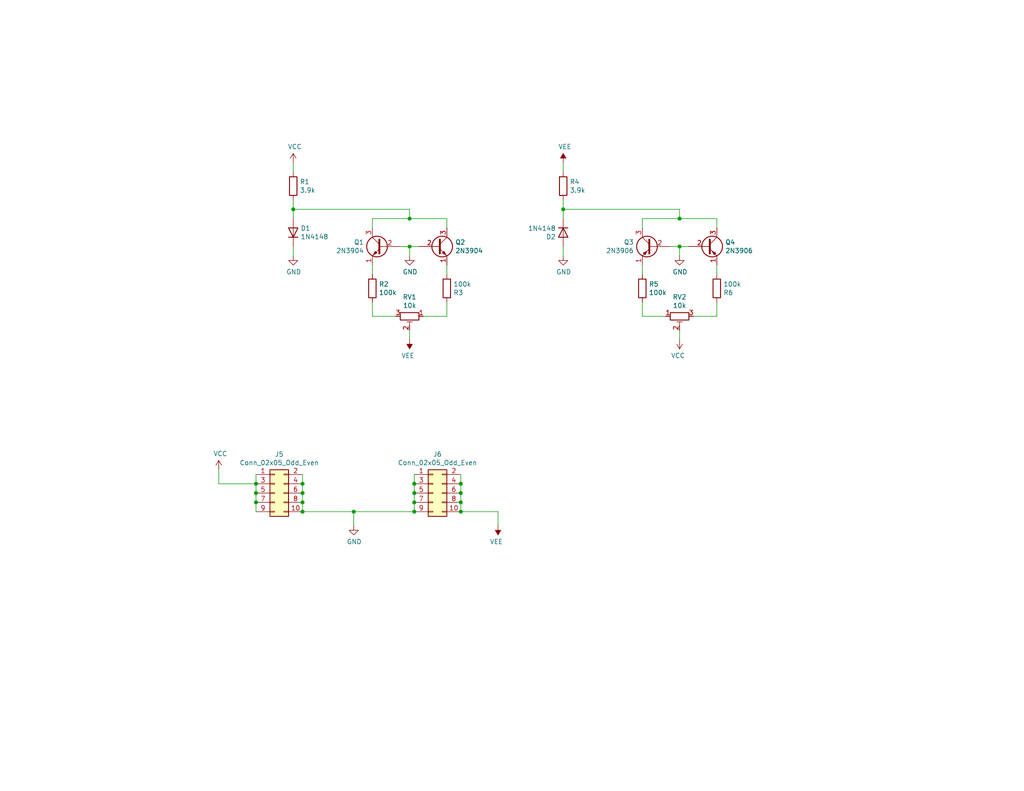
<source format=kicad_sch>
(kicad_sch (version 20211123) (generator eeschema)
  (paper "USLetter")
  (title_block (title "Vbe Matcher") (date "2022-03-31") (rev "1") (company "New Systems Instruments"))
  (lib_symbols
    (symbol "Connector_Generic:Conn_02x05_Odd_Even" (pin_names (offset 1.016) hide)
      (property "Reference" "J" (at 1.27 7.62 0))
      (property "Value" "Conn_02x05_Odd_Even" (at 1.27 -7.62 0))
      (symbol "Conn_02x05_Odd_Even_1_1"
        (rectangle (start -1.27 -4.953) (end 0 -5.207) (stroke (width 0.1524)))
        (rectangle (start -1.27 -2.413) (end 0 -2.667) (stroke (width 0.1524)))
        (rectangle (start -1.27 0.127) (end 0 -0.127) (stroke (width 0.1524)))
        (rectangle (start -1.27 2.667) (end 0 2.413) (stroke (width 0.1524)))
        (rectangle (start -1.27 5.207) (end 0 4.953) (stroke (width 0.1524)))
        (rectangle (start -1.27 6.35) (end 3.81 -6.35) (stroke (width 0.254)) (fill (type background)))
        (rectangle (start 3.81 -4.953) (end 2.54 -5.207) (stroke (width 0.1524)))
        (rectangle (start 3.81 -2.413) (end 2.54 -2.667) (stroke (width 0.1524)))
        (rectangle (start 3.81 0.127) (end 2.54 -0.127) (stroke (width 0.1524)))
        (rectangle (start 3.81 2.667) (end 2.54 2.413) (stroke (width 0.1524)))
        (rectangle (start 3.81 5.207) (end 2.54 4.953) (stroke (width 0.1524)))
        (pin passive line (at -5.08 5.08 0) (length 3.81) (name "Pin_1") (number "1"))
        (pin passive line (at 7.62 -5.08 180) (length 3.81) (name "Pin_10") (number "10"))
        (pin passive line (at 7.62 5.08 180) (length 3.81) (name "Pin_2") (number "2"))
        (pin passive line (at -5.08 2.54 0) (length 3.81) (name "Pin_3") (number "3"))
        (pin passive line (at 7.62 2.54 180) (length 3.81) (name "Pin_4") (number "4"))
        (pin passive line (at -5.08 0 0) (length 3.81) (name "Pin_5") (number "5"))
        (pin passive line (at 7.62 0 180) (length 3.81) (name "Pin_6") (number "6"))
        (pin passive line (at -5.08 -2.54 0) (length 3.81) (name "Pin_7") (number "7"))
        (pin passive line (at 7.62 -2.54 180) (length 3.81) (name "Pin_8") (number "8"))
        (pin passive line (at -5.08 -5.08 0) (length 3.81) (name "Pin_9") (number "9"))
      )
    )
    (symbol "Device:R" (pin_numbers hide) (pin_names (offset 0))
      (property "Reference" "R" (at 2.032 0 90))
      (property "Value" "R" (at 0 0 90))
      (symbol "R_0_1"
        (rectangle (start -1.016 -2.54) (end 1.016 2.54) (stroke (width 0.254)))
      )
      (symbol "R_1_1"
        (pin passive line (at 0 3.81 270) (length 1.27) (name "~") (number "1"))
        (pin passive line (at 0 -3.81 90) (length 1.27) (name "~") (number "2"))
      )
    )
    (symbol "Device:R_POT_TRIM" (pin_names (offset 1.016) hide)
      (property "Reference" "RV" (at -4.445 0 90))
      (property "Value" "Device_R_POT_TRIM" (at -2.54 0 90))
      (symbol "R_POT_TRIM_0_1"
        (polyline (pts (xy 1.524 0.762) (xy 1.524 -0.762)))
        (polyline (pts (xy 2.54 0) (xy 1.524 0)))
        (rectangle (start 1.016 2.54) (end -1.016 -2.54) (stroke (width 0.254)))
      )
      (symbol "R_POT_TRIM_1_1"
        (pin passive line (at 0 3.81 270) (length 1.27) (name "1") (number "1"))
        (pin passive line (at 3.81 0 180) (length 1.27) (name "2") (number "2"))
        (pin passive line (at 0 -3.81 90) (length 1.27) (name "3") (number "3"))
      )
    )
    (symbol "Diode:1N4148" (pin_numbers hide) (pin_names (offset 1.016) hide)
      (property "Reference" "D" (at 0 2.54 0))
      (property "Value" "1N4148" (at 0 -2.54 0))
      (symbol "1N4148_0_1"
        (polyline (pts (xy -1.27 1.27) (xy -1.27 -1.27)) (stroke (width 0.254)))
        (polyline (pts (xy 1.27 0) (xy -1.27 0)))
        (polyline (pts (xy 1.27 1.27) (xy 1.27 -1.27) (xy -1.27 0) (xy 1.27 1.27)) (stroke (width 0.254)))
      )
      (symbol "1N4148_1_1"
        (pin passive line (at -3.81 0 0) (length 2.54) (name "K") (number "1"))
        (pin passive line (at 3.81 0 180) (length 2.54) (name "A") (number "2"))
      )
    )
    (symbol "Transistor_BJT:2N3904" (pin_names (offset 0) hide)
      (property "Reference" "Q" (at 5.08 1.905 0))
      (property "Value" "2N3904" (at 5.08 0 0))
      (symbol "2N3904_0_1"
        (polyline (pts (xy 0.635 0.635) (xy 2.54 2.54)))
        (polyline (pts (xy 0.635 -0.635) (xy 2.54 -2.54) (xy 2.54 -2.54)))
        (polyline (pts (xy 0.635 1.905) (xy 0.635 -1.905) (xy 0.635 -1.905)) (stroke (width 0.508)))
        (polyline (pts (xy 1.27 -1.778) (xy 1.778 -1.27) (xy 2.286 -2.286) (xy 1.27 -1.778) (xy 1.27 -1.778)) (fill (type outline)))
        (circle (center 1.27 0) (radius 2.8194) (stroke (width 0.254)))
      )
      (symbol "2N3904_1_1"
        (pin passive line (at 2.54 -5.08 90) (length 2.54) (name "E") (number "1"))
        (pin passive line (at -5.08 0 0) (length 5.715) (name "B") (number "2"))
        (pin passive line (at 2.54 5.08 270) (length 2.54) (name "C") (number "3"))
      )
    )
    (symbol "Transistor_BJT:2N3906" (pin_names (offset 0) hide)
      (property "Reference" "Q" (at 5.08 1.905 0))
      (property "Value" "2N3906" (at 5.08 0 0))
      (symbol "2N3906_0_1"
        (polyline (pts (xy 0.635 0.635) (xy 2.54 2.54)))
        (polyline (pts (xy 0.635 -0.635) (xy 2.54 -2.54) (xy 2.54 -2.54)))
        (polyline (pts (xy 0.635 1.905) (xy 0.635 -1.905) (xy 0.635 -1.905)) (stroke (width 0.508)))
        (polyline (pts (xy 2.286 -1.778) (xy 1.778 -2.286) (xy 1.27 -1.27) (xy 2.286 -1.778) (xy 2.286 -1.778)) (fill (type outline)))
        (circle (center 1.27 0) (radius 2.8194) (stroke (width 0.254)))
      )
      (symbol "2N3906_1_1"
        (pin passive line (at 2.54 -5.08 90) (length 2.54) (name "E") (number "1"))
        (pin input line (at -5.08 0 0) (length 5.715) (name "B") (number "2"))
        (pin passive line (at 2.54 5.08 270) (length 2.54) (name "C") (number "3"))
      )
    )
    (symbol "power:GND" (power) (pin_names (offset 0))
      (property "Value" "GND" (at 0 -3.81 0))
      (symbol "GND_0_1"
        (polyline (pts (xy 0 0) (xy 0 -1.27) (xy 1.27 -1.27) (xy 0 -2.54) (xy -1.27 -1.27) (xy 0 -1.27)))
      )
      (symbol "GND_1_1"
        (pin power_in line (at 0 0 270) (length 0) hide (name "GND") (number "1"))
      )
    )
    (symbol "power:VCC" (power) (pin_names (offset 0))
      (property "Value" "VCC" (at 0 3.81 0))
      (symbol "VCC_0_1"
        (polyline (pts (xy -0.762 1.27) (xy 0 2.54)))
        (polyline (pts (xy 0 0) (xy 0 2.54)))
        (polyline (pts (xy 0 2.54) (xy 0.762 1.27)))
      )
      (symbol "VCC_1_1"
        (pin power_in line (at 0 0 90) (length 0) hide (name "VCC") (number "1"))
      )
    )
    (symbol "power:VEE" (power) (pin_names (offset 0))
      (property "Value" "VEE" (at 0 3.81 0))
      (symbol "VEE_0_1"
        (polyline (pts (xy 0 0) (xy 0 2.54)))
        (polyline (pts (xy 0.762 1.27) (xy -0.762 1.27) (xy 0 2.54) (xy 0.762 1.27)) (fill (type outline)))
      )
      (symbol "VEE_1_1"
        (pin power_in line (at 0 0 90) (length 0) hide (name "VEE") (number "1"))
      )
    )
  )
  (junction (at 185.42 67.31))
  (junction (at 125.73 134.62))
  (junction (at 113.03 139.7))
  (junction (at 111.76 59.69))
  (junction (at 69.85 137.16))
  (junction (at 82.55 132.08))
  (junction (at 82.55 137.16))
  (junction (at 80.01 57.15))
  (junction (at 125.73 139.7))
  (junction (at 82.55 139.7))
  (junction (at 125.73 137.16))
  (junction (at 69.85 132.08))
  (junction (at 125.73 132.08))
  (junction (at 113.03 134.62))
  (junction (at 153.67 57.15))
  (junction (at 69.85 134.62))
  (junction (at 113.03 137.16))
  (junction (at 82.55 134.62))
  (junction (at 113.03 132.08))
  (junction (at 185.42 59.69))
  (junction (at 96.52 139.7))
  (junction (at 111.76 67.31))
  (wire (pts (xy 115.57 86.36) (xy 121.92 86.36)))
  (wire (pts (xy 80.01 67.31) (xy 80.01 69.85)))
  (wire (pts (xy 175.26 86.36) (xy 175.26 82.55)))
  (wire (pts (xy 113.03 134.62) (xy 113.03 132.08)))
  (wire (pts (xy 101.6 59.69) (xy 101.6 62.23)))
  (wire (pts (xy 114.3 67.31) (xy 111.76 67.31)))
  (wire (pts (xy 69.85 137.16) (xy 69.85 139.7)))
  (wire (pts (xy 125.73 129.54) (xy 125.73 132.08)))
  (wire (pts (xy 135.89 139.7) (xy 135.89 143.51)))
  (wire (pts (xy 69.85 137.16) (xy 69.85 134.62)))
  (wire (pts (xy 111.76 57.15) (xy 111.76 59.69)))
  (wire (pts (xy 195.58 59.69) (xy 185.42 59.69)))
  (wire (pts (xy 195.58 72.39) (xy 195.58 74.93)))
  (wire (pts (xy 153.67 54.61) (xy 153.67 57.15)))
  (wire (pts (xy 111.76 92.71) (xy 111.76 90.17)))
  (wire (pts (xy 153.67 44.45) (xy 153.67 46.99)))
  (wire (pts (xy 125.73 132.08) (xy 125.73 134.62)))
  (wire (pts (xy 59.69 132.08) (xy 59.69 128.27)))
  (wire (pts (xy 113.03 132.08) (xy 113.03 129.54)))
  (wire (pts (xy 175.26 59.69) (xy 175.26 62.23)))
  (wire (pts (xy 111.76 59.69) (xy 101.6 59.69)))
  (wire (pts (xy 153.67 57.15) (xy 153.67 59.69)))
  (wire (pts (xy 101.6 72.39) (xy 101.6 74.93)))
  (wire (pts (xy 125.73 137.16) (xy 125.73 134.62)))
  (wire (pts (xy 111.76 67.31) (xy 111.76 69.85)))
  (wire (pts (xy 181.61 86.36) (xy 175.26 86.36)))
  (wire (pts (xy 69.85 132.08) (xy 59.69 132.08)))
  (wire (pts (xy 82.55 129.54) (xy 82.55 132.08)))
  (wire (pts (xy 82.55 132.08) (xy 82.55 134.62)))
  (wire (pts (xy 121.92 72.39) (xy 121.92 74.93)))
  (wire (pts (xy 195.58 62.23) (xy 195.58 59.69)))
  (wire (pts (xy 125.73 139.7) (xy 135.89 139.7)))
  (wire (pts (xy 82.55 134.62) (xy 82.55 137.16)))
  (wire (pts (xy 121.92 59.69) (xy 111.76 59.69)))
  (wire (pts (xy 185.42 92.71) (xy 185.42 90.17)))
  (wire (pts (xy 195.58 86.36) (xy 195.58 82.55)))
  (wire (pts (xy 80.01 57.15) (xy 111.76 57.15)))
  (wire (pts (xy 80.01 44.45) (xy 80.01 46.99)))
  (wire (pts (xy 121.92 62.23) (xy 121.92 59.69)))
  (wire (pts (xy 69.85 132.08) (xy 69.85 129.54)))
  (wire (pts (xy 187.96 67.31) (xy 185.42 67.31)))
  (wire (pts (xy 153.67 67.31) (xy 153.67 69.85)))
  (wire (pts (xy 80.01 54.61) (xy 80.01 57.15)))
  (wire (pts (xy 125.73 137.16) (xy 125.73 139.7)))
  (wire (pts (xy 107.95 86.36) (xy 101.6 86.36)))
  (wire (pts (xy 96.52 139.7) (xy 82.55 139.7)))
  (wire (pts (xy 185.42 67.31) (xy 185.42 69.85)))
  (wire (pts (xy 101.6 86.36) (xy 101.6 82.55)))
  (wire (pts (xy 80.01 57.15) (xy 80.01 59.69)))
  (wire (pts (xy 185.42 67.31) (xy 182.88 67.31)))
  (wire (pts (xy 185.42 57.15) (xy 185.42 59.69)))
  (wire (pts (xy 69.85 134.62) (xy 69.85 132.08)))
  (wire (pts (xy 185.42 59.69) (xy 175.26 59.69)))
  (wire (pts (xy 113.03 137.16) (xy 113.03 134.62)))
  (wire (pts (xy 96.52 139.7) (xy 96.52 143.51)))
  (wire (pts (xy 82.55 137.16) (xy 82.55 139.7)))
  (wire (pts (xy 153.67 57.15) (xy 185.42 57.15)))
  (wire (pts (xy 189.23 86.36) (xy 195.58 86.36)))
  (wire (pts (xy 113.03 139.7) (xy 96.52 139.7)))
  (wire (pts (xy 121.92 86.36) (xy 121.92 82.55)))
  (wire (pts (xy 175.26 72.39) (xy 175.26 74.93)))
  (wire (pts (xy 113.03 137.16) (xy 113.03 139.7)))
  (wire (pts (xy 111.76 67.31) (xy 109.22 67.31)))
  (symbol (lib_id "Transistor_BJT:2N3904") (at 104.14 67.31 0) (mirror y) (unit 1)
    (property "Reference" "Q1" (at 99.314 66.1416 0) (effects (justify left)))
    (property "Value" "2N3904" (at 99.314 68.453 0) (effects (justify left)))
    (property "Footprint" "Package_TO_SOT_THT:TO-92_Inline_Wide" (effects hide))
    (property "Datasheet" "https://www.fairchildsemi.com/datasheets/2N/2N3904.pdf" (effects hide))
  )
  (symbol (lib_id "Transistor_BJT:2N3904") (at 119.38 67.31 0) (unit 1)
    (property "Reference" "Q2" (at 124.206 66.1416 0) (effects (justify left)))
    (property "Value" "2N3904" (at 124.206 68.453 0) (effects (justify left)))
    (property "Footprint" "Package_TO_SOT_THT:TO-92_Inline_Wide" (effects hide))
    (property "Datasheet" "https://www.fairchildsemi.com/datasheets/2N/2N3904.pdf" (effects hide))
  )
  (symbol (lib_id "power:GND") (at 111.76 69.85 0) (unit 1)
    (property "Reference" "#PWR03" (effects hide))
    (property "Value" "GND" (at 111.887 74.2442 0))
  )
  (symbol (lib_id "Diode:1N4148") (at 80.01 63.5 90) (unit 1)
    (property "Reference" "D1" (at 82.0166 62.3316 90) (effects (justify right)))
    (property "Value" "1N4148" (at 82.0166 64.643 90) (effects (justify right)))
    (property "Footprint" "Diode_THT:D_DO-35_SOD27_P7.62mm_Horizontal" (effects hide))
    (property "Datasheet" "https://assets.nexperia.com/documents/data-sheet/1N4148_1N4448.pdf" (effects hide))
  )
  (symbol (lib_id "power:GND") (at 80.01 69.85 0) (unit 1)
    (property "Reference" "#PWR02" (effects hide))
    (property "Value" "GND" (at 80.137 74.2442 0))
  )
  (symbol (lib_id "Device:R") (at 80.01 50.8 0) (unit 1)
    (property "Reference" "R1" (at 81.788 49.6316 0) (effects (justify left)))
    (property "Value" "3.9k" (at 81.788 51.943 0) (effects (justify left)))
    (property "Footprint" "Resistor_THT:R_Axial_DIN0207_L6.3mm_D2.5mm_P7.62mm_Horizontal" (effects hide))
  )
  (symbol (lib_id "power:VCC") (at 80.01 44.45 0) (unit 1)
    (property "Reference" "#PWR01" (effects hide))
    (property "Value" "VCC" (at 80.4418 40.0558 0))
  )
  (symbol (lib_id "Device:R") (at 101.6 78.74 0) (unit 1)
    (property "Reference" "R2" (at 103.378 77.5716 0) (effects (justify left)))
    (property "Value" "100k" (at 103.378 79.883 0) (effects (justify left)))
    (property "Footprint" "Resistor_THT:R_Axial_DIN0207_L6.3mm_D2.5mm_P2.54mm_Vertical" (effects hide))
  )
  (symbol (lib_id "Device:R") (at 121.92 78.74 0) (mirror x) (unit 1)
    (property "Reference" "R3" (at 123.698 79.9084 0) (effects (justify left)))
    (property "Value" "100k" (at 123.698 77.597 0) (effects (justify left)))
    (property "Footprint" "Resistor_THT:R_Axial_DIN0207_L6.3mm_D2.5mm_P2.54mm_Vertical" (effects hide))
  )
  (symbol (lib_id "Device:R_POT_TRIM") (at 111.76 86.36 270) (unit 1)
    (property "Reference" "RV1" (at 111.76 81.1022 90))
    (property "Value" "10k" (at 111.76 83.4136 90))
    (property "Footprint" "NSI Footprints:Pot_TT_36F" (effects hide))
  )
  (symbol (lib_id "power:VEE") (at 111.76 92.71 180) (unit 1)
    (property "Reference" "#PWR04" (effects hide))
    (property "Value" "VEE" (at 111.3028 97.1042 0))
  )
  (symbol (lib_id "power:GND") (at 185.42 69.85 0) (unit 1)
    (property "Reference" "#PWR07" (effects hide))
    (property "Value" "GND" (at 185.547 74.2442 0))
  )
  (symbol (lib_id "Diode:1N4148") (at 153.67 63.5 270) (unit 1)
    (property "Reference" "D2" (at 151.6634 64.6684 90) (effects (justify right)))
    (property "Value" "1N4148" (at 151.6634 62.357 90) (effects (justify right)))
    (property "Footprint" "Diode_THT:D_DO-35_SOD27_P7.62mm_Horizontal" (effects hide))
    (property "Datasheet" "https://assets.nexperia.com/documents/data-sheet/1N4148_1N4448.pdf" (effects hide))
  )
  (symbol (lib_id "power:GND") (at 153.67 69.85 0) (unit 1)
    (property "Reference" "#PWR06" (effects hide))
    (property "Value" "GND" (at 153.797 74.2442 0))
  )
  (symbol (lib_id "Device:R") (at 153.67 50.8 0) (unit 1)
    (property "Reference" "R4" (at 155.448 49.6316 0) (effects (justify left)))
    (property "Value" "3.9k" (at 155.448 51.943 0) (effects (justify left)))
    (property "Footprint" "Resistor_THT:R_Axial_DIN0207_L6.3mm_D2.5mm_P7.62mm_Horizontal" (effects hide))
  )
  (symbol (lib_id "power:VCC") (at 185.42 92.71 180) (unit 1)
    (property "Reference" "#PWR08" (effects hide))
    (property "Value" "VCC" (at 184.9882 97.1042 0))
  )
  (symbol (lib_id "Device:R") (at 175.26 78.74 0) (unit 1)
    (property "Reference" "R5" (at 177.038 77.5716 0) (effects (justify left)))
    (property "Value" "100k" (at 177.038 79.883 0) (effects (justify left)))
    (property "Footprint" "Resistor_THT:R_Axial_DIN0207_L6.3mm_D2.5mm_P2.54mm_Vertical" (effects hide))
  )
  (symbol (lib_id "Device:R") (at 195.58 78.74 0) (mirror x) (unit 1)
    (property "Reference" "R6" (at 197.358 79.9084 0) (effects (justify left)))
    (property "Value" "100k" (at 197.358 77.597 0) (effects (justify left)))
    (property "Footprint" "Resistor_THT:R_Axial_DIN0207_L6.3mm_D2.5mm_P2.54mm_Vertical" (effects hide))
  )
  (symbol (lib_id "Device:R_POT_TRIM") (at 185.42 86.36 90) (mirror x) (unit 1)
    (property "Reference" "RV2" (at 185.42 81.1022 90))
    (property "Value" "10k" (at 185.42 83.4136 90))
    (property "Footprint" "NSI Footprints:Pot_TT_36F" (effects hide))
  )
  (symbol (lib_id "power:VEE") (at 153.67 44.45 0) (unit 1)
    (property "Reference" "#PWR05" (effects hide))
    (property "Value" "VEE" (at 154.1272 40.0558 0))
  )
  (symbol (lib_id "Transistor_BJT:2N3906") (at 193.04 67.31 0) (unit 1)
    (property "Reference" "Q4" (at 197.866 66.1416 0) (effects (justify left)))
    (property "Value" "2N3906" (at 197.866 68.453 0) (effects (justify left)))
    (property "Footprint" "Package_TO_SOT_THT:TO-92_Inline_Wide" (effects hide))
    (property "Datasheet" "https://www.fairchildsemi.com/datasheets/2N/2N3906.pdf" (effects hide))
  )
  (symbol (lib_id "Transistor_BJT:2N3906") (at 177.8 67.31 0) (mirror y) (unit 1)
    (property "Reference" "Q3" (at 172.9486 66.1416 0) (effects (justify left)))
    (property "Value" "2N3906" (at 172.9486 68.453 0) (effects (justify left)))
    (property "Footprint" "Package_TO_SOT_THT:TO-92_Inline_Wide" (effects hide))
    (property "Datasheet" "https://www.fairchildsemi.com/datasheets/2N/2N3906.pdf" (effects hide))
  )
  (symbol (lib_id "Connector_Generic:Conn_02x05_Odd_Even") (at 74.93 134.62 0) (unit 1)
    (property "Reference" "J5" (at 76.2 124.0282 0))
    (property "Value" "Conn_02x05_Odd_Even" (at 76.2 126.3396 0))
    (property "Footprint" "Connector_PinHeader_2.54mm:PinHeader_2x05_P2.54mm_Vertical" (effects hide))
  )
  (symbol (lib_id "power:GND") (at 96.52 143.51 0) (unit 1)
    (property "Reference" "#PWR010" (effects hide))
    (property "Value" "GND" (at 96.647 147.9042 0))
  )
  (symbol (lib_id "power:VCC") (at 59.69 128.27 0) (unit 1)
    (property "Reference" "#PWR09" (effects hide))
    (property "Value" "VCC" (at 60.1218 123.8758 0))
  )
  (symbol (lib_id "power:VEE") (at 135.89 143.51 180) (unit 1)
    (property "Reference" "#PWR011" (effects hide))
    (property "Value" "VEE" (at 135.4328 147.9042 0))
  )
  (symbol (lib_id "Connector_Generic:Conn_02x05_Odd_Even") (at 118.11 134.62 0) (unit 1)
    (property "Reference" "J6" (at 119.38 124.0282 0))
    (property "Value" "Conn_02x05_Odd_Even" (at 119.38 126.3396 0))
    (property "Footprint" "Connector_PinHeader_2.54mm:PinHeader_2x05_P2.54mm_Vertical" (effects hide))
  )
)
</source>
